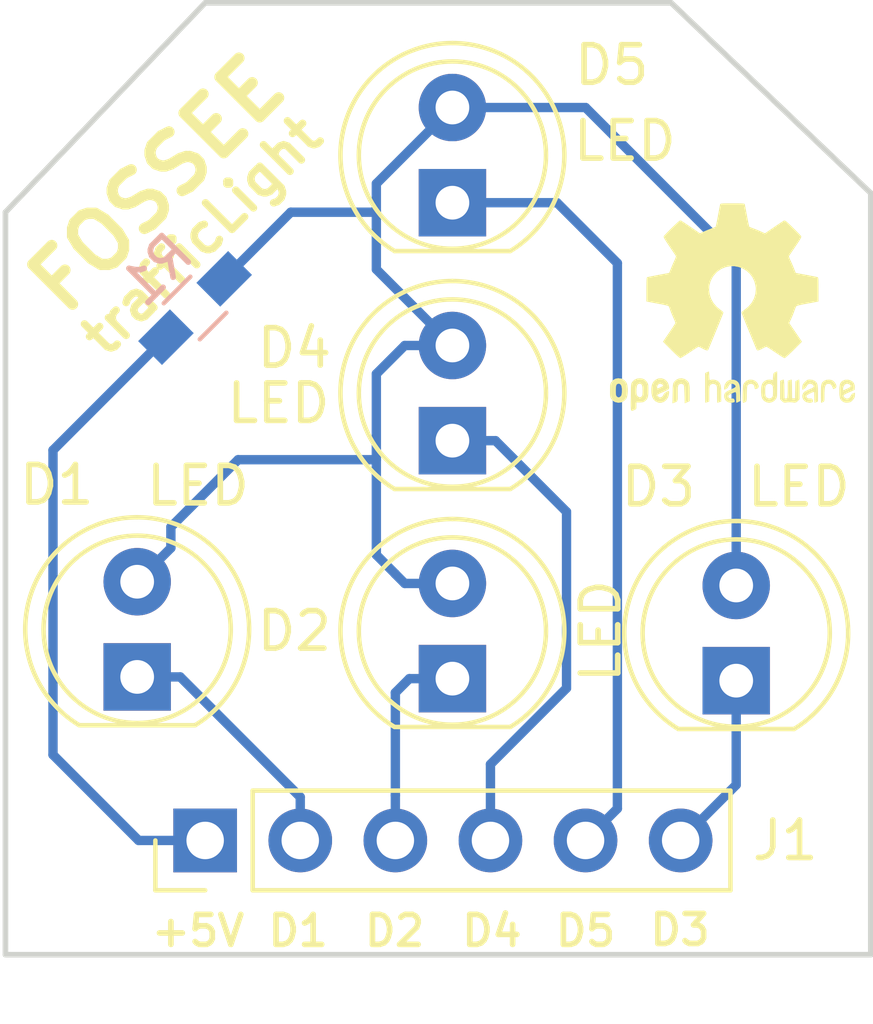
<source format=kicad_pcb>
(kicad_pcb (version 20171130) (host pcbnew 5.0.1)

  (general
    (thickness 1.6)
    (drawings 14)
    (tracks 43)
    (zones 0)
    (modules 8)
    (nets 8)
  )

  (page A4)
  (layers
    (0 F.Cu signal)
    (31 B.Cu signal)
    (32 B.Adhes user)
    (33 F.Adhes user)
    (34 B.Paste user)
    (35 F.Paste user)
    (36 B.SilkS user)
    (37 F.SilkS user)
    (38 B.Mask user)
    (39 F.Mask user)
    (40 Dwgs.User user)
    (41 Cmts.User user)
    (42 Eco1.User user)
    (43 Eco2.User user)
    (44 Edge.Cuts user)
    (45 Margin user)
    (46 B.CrtYd user)
    (47 F.CrtYd user)
    (48 B.Fab user)
    (49 F.Fab user)
  )

  (setup
    (last_trace_width 0.25)
    (trace_clearance 0.2)
    (zone_clearance 0.508)
    (zone_45_only no)
    (trace_min 0.2)
    (segment_width 0.2)
    (edge_width 0.15)
    (via_size 0.8)
    (via_drill 0.4)
    (via_min_size 0.4)
    (via_min_drill 0.3)
    (uvia_size 0.3)
    (uvia_drill 0.1)
    (uvias_allowed no)
    (uvia_min_size 0.2)
    (uvia_min_drill 0.1)
    (pcb_text_width 0.3)
    (pcb_text_size 1.5 1.5)
    (mod_edge_width 0.15)
    (mod_text_size 1 1)
    (mod_text_width 0.15)
    (pad_size 1.524 1.524)
    (pad_drill 0.762)
    (pad_to_mask_clearance 0.051)
    (solder_mask_min_width 0.25)
    (aux_axis_origin 0 0)
    (visible_elements FFFFFF7F)
    (pcbplotparams
      (layerselection 0x010fc_ffffffff)
      (usegerberextensions false)
      (usegerberattributes false)
      (usegerberadvancedattributes false)
      (creategerberjobfile false)
      (excludeedgelayer true)
      (linewidth 0.100000)
      (plotframeref false)
      (viasonmask false)
      (mode 1)
      (useauxorigin false)
      (hpglpennumber 1)
      (hpglpenspeed 20)
      (hpglpendiameter 15.000000)
      (psnegative false)
      (psa4output false)
      (plotreference true)
      (plotvalue true)
      (plotinvisibletext false)
      (padsonsilk false)
      (subtractmaskfromsilk false)
      (outputformat 1)
      (mirror false)
      (drillshape 1)
      (scaleselection 1)
      (outputdirectory ""))
  )

  (net 0 "")
  (net 1 "Net-(D1-Pad2)")
  (net 2 "Net-(D1-Pad1)")
  (net 3 "Net-(D2-Pad1)")
  (net 4 "Net-(D3-Pad1)")
  (net 5 "Net-(D4-Pad1)")
  (net 6 "Net-(D5-Pad1)")
  (net 7 +5C)

  (net_class Default "This is the default net class."
    (clearance 0.2)
    (trace_width 0.25)
    (via_dia 0.8)
    (via_drill 0.4)
    (uvia_dia 0.3)
    (uvia_drill 0.1)
    (add_net +5C)
    (add_net "Net-(D1-Pad1)")
    (add_net "Net-(D1-Pad2)")
    (add_net "Net-(D2-Pad1)")
    (add_net "Net-(D3-Pad1)")
    (add_net "Net-(D4-Pad1)")
    (add_net "Net-(D5-Pad1)")
  )

  (module LEDs:LED_D5.0mm (layer F.Cu) (tedit 5C36EE05) (tstamp 5C36F1CD)
    (at 147.32 88.646 90)
    (descr "LED, diameter 5.0mm, 2 pins, http://cdn-reichelt.de/documents/datenblatt/A500/LL-504BC2E-009.pdf")
    (tags "LED diameter 5.0mm 2 pins")
    (path /5C2C2A10)
    (fp_text reference D5 (at 3.671 4.255 180) (layer F.SilkS)
      (effects (font (size 1 1) (thickness 0.15)))
    )
    (fp_text value LED (at 1.646 4.605 180) (layer F.SilkS)
      (effects (font (size 1 1) (thickness 0.15)))
    )
    (fp_text user %R (at 1.25 0 90) (layer F.Fab)
      (effects (font (size 0.8 0.8) (thickness 0.2)))
    )
    (fp_line (start 4.5 -3.25) (end -1.95 -3.25) (layer F.CrtYd) (width 0.05))
    (fp_line (start 4.5 3.25) (end 4.5 -3.25) (layer F.CrtYd) (width 0.05))
    (fp_line (start -1.95 3.25) (end 4.5 3.25) (layer F.CrtYd) (width 0.05))
    (fp_line (start -1.95 -3.25) (end -1.95 3.25) (layer F.CrtYd) (width 0.05))
    (fp_line (start -1.29 -1.545) (end -1.29 1.545) (layer F.SilkS) (width 0.12))
    (fp_line (start -1.23 -1.469694) (end -1.23 1.469694) (layer F.Fab) (width 0.1))
    (fp_circle (center 1.27 0) (end 3.77 0) (layer F.SilkS) (width 0.12))
    (fp_circle (center 1.27 0) (end 3.77 0) (layer F.Fab) (width 0.1))
    (fp_arc (start 1.27 0) (end -1.29 1.54483) (angle -148.9) (layer F.SilkS) (width 0.12))
    (fp_arc (start 1.27 0) (end -1.29 -1.54483) (angle 148.9) (layer F.SilkS) (width 0.12))
    (fp_arc (start 1.27 0) (end -1.23 -1.469694) (angle 299.1) (layer F.Fab) (width 0.1))
    (pad 2 thru_hole circle (at 2.54 0 90) (size 1.8 1.8) (drill 0.9) (layers *.Cu *.Mask)
      (net 1 "Net-(D1-Pad2)"))
    (pad 1 thru_hole rect (at 0 0 90) (size 1.8 1.8) (drill 0.9) (layers *.Cu *.Mask)
      (net 6 "Net-(D5-Pad1)"))
    (model ${KISYS3DMOD}/LEDs.3dshapes/LED_D5.0mm.wrl
      (at (xyz 0 0 0))
      (scale (xyz 0.393701 0.393701 0.393701))
      (rotate (xyz 0 0 0))
    )
  )

  (module LEDs:LED_D5.0mm (layer F.Cu) (tedit 5C36EE0D) (tstamp 5C32ED25)
    (at 147.32 94.996 90)
    (descr "LED, diameter 5.0mm, 2 pins, http://cdn-reichelt.de/documents/datenblatt/A500/LL-504BC2E-009.pdf")
    (tags "LED diameter 5.0mm 2 pins")
    (path /5C2C2A6F)
    (fp_text reference D4 (at 2.471 -4.22 180) (layer F.SilkS)
      (effects (font (size 1 1) (thickness 0.15)))
    )
    (fp_text value LED (at 0.996 -4.645 180) (layer F.SilkS)
      (effects (font (size 1 1) (thickness 0.15)))
    )
    (fp_arc (start 1.27 0) (end -1.23 -1.469694) (angle 299.1) (layer F.Fab) (width 0.1))
    (fp_arc (start 1.27 0) (end -1.29 -1.54483) (angle 148.9) (layer F.SilkS) (width 0.12))
    (fp_arc (start 1.27 0) (end -1.29 1.54483) (angle -148.9) (layer F.SilkS) (width 0.12))
    (fp_circle (center 1.27 0) (end 3.77 0) (layer F.Fab) (width 0.1))
    (fp_circle (center 1.27 0) (end 3.77 0) (layer F.SilkS) (width 0.12))
    (fp_line (start -1.23 -1.469694) (end -1.23 1.469694) (layer F.Fab) (width 0.1))
    (fp_line (start -1.29 -1.545) (end -1.29 1.545) (layer F.SilkS) (width 0.12))
    (fp_line (start -1.95 -3.25) (end -1.95 3.25) (layer F.CrtYd) (width 0.05))
    (fp_line (start -1.95 3.25) (end 4.5 3.25) (layer F.CrtYd) (width 0.05))
    (fp_line (start 4.5 3.25) (end 4.5 -3.25) (layer F.CrtYd) (width 0.05))
    (fp_line (start 4.5 -3.25) (end -1.95 -3.25) (layer F.CrtYd) (width 0.05))
    (fp_text user %R (at 1.25 0 90) (layer F.Fab)
      (effects (font (size 0.8 0.8) (thickness 0.2)))
    )
    (pad 1 thru_hole rect (at 0 0 90) (size 1.8 1.8) (drill 0.9) (layers *.Cu *.Mask)
      (net 5 "Net-(D4-Pad1)"))
    (pad 2 thru_hole circle (at 2.54 0 90) (size 1.8 1.8) (drill 0.9) (layers *.Cu *.Mask)
      (net 1 "Net-(D1-Pad2)"))
    (model ${KISYS3DMOD}/LEDs.3dshapes/LED_D5.0mm.wrl
      (at (xyz 0 0 0))
      (scale (xyz 0.393701 0.393701 0.393701))
      (rotate (xyz 0 0 0))
    )
  )

  (module LEDs:LED_D5.0mm (layer F.Cu) (tedit 5C36EE2C) (tstamp 5C32EF6F)
    (at 154.9 101.4 90)
    (descr "LED, diameter 5.0mm, 2 pins, http://cdn-reichelt.de/documents/datenblatt/A500/LL-504BC2E-009.pdf")
    (tags "LED diameter 5.0mm 2 pins")
    (path /5C2C2AD6)
    (fp_text reference D3 (at 5.175 -2.075 180) (layer F.SilkS)
      (effects (font (size 1 1) (thickness 0.15)))
    )
    (fp_text value LED (at 5.175 1.675 180) (layer F.SilkS)
      (effects (font (size 1 1) (thickness 0.15)))
    )
    (fp_text user %R (at 1.25 0 90) (layer F.Fab)
      (effects (font (size 0.8 0.8) (thickness 0.2)))
    )
    (fp_line (start 4.5 -3.25) (end -1.95 -3.25) (layer F.CrtYd) (width 0.05))
    (fp_line (start 4.5 3.25) (end 4.5 -3.25) (layer F.CrtYd) (width 0.05))
    (fp_line (start -1.95 3.25) (end 4.5 3.25) (layer F.CrtYd) (width 0.05))
    (fp_line (start -1.95 -3.25) (end -1.95 3.25) (layer F.CrtYd) (width 0.05))
    (fp_line (start -1.29 -1.545) (end -1.29 1.545) (layer F.SilkS) (width 0.12))
    (fp_line (start -1.23 -1.469694) (end -1.23 1.469694) (layer F.Fab) (width 0.1))
    (fp_circle (center 1.27 0) (end 3.77 0) (layer F.SilkS) (width 0.12))
    (fp_circle (center 1.27 0) (end 3.77 0) (layer F.Fab) (width 0.1))
    (fp_arc (start 1.27 0) (end -1.29 1.54483) (angle -148.9) (layer F.SilkS) (width 0.12))
    (fp_arc (start 1.27 0) (end -1.29 -1.54483) (angle 148.9) (layer F.SilkS) (width 0.12))
    (fp_arc (start 1.27 0) (end -1.23 -1.469694) (angle 299.1) (layer F.Fab) (width 0.1))
    (pad 2 thru_hole circle (at 2.54 0 90) (size 1.8 1.8) (drill 0.9) (layers *.Cu *.Mask)
      (net 1 "Net-(D1-Pad2)"))
    (pad 1 thru_hole rect (at 0 0 90) (size 1.8 1.8) (drill 0.9) (layers *.Cu *.Mask)
      (net 4 "Net-(D3-Pad1)"))
    (model ${KISYS3DMOD}/LEDs.3dshapes/LED_D5.0mm.wrl
      (at (xyz 0 0 0))
      (scale (xyz 0.393701 0.393701 0.393701))
      (rotate (xyz 0 0 0))
    )
  )

  (module LEDs:LED_D5.0mm (layer F.Cu) (tedit 5C36EE17) (tstamp 5C32ED03)
    (at 147.32 101.346 90)
    (descr "LED, diameter 5.0mm, 2 pins, http://cdn-reichelt.de/documents/datenblatt/A500/LL-504BC2E-009.pdf")
    (tags "LED diameter 5.0mm 2 pins")
    (path /5C2C2A3E)
    (fp_text reference D2 (at 1.27 -4.22 180) (layer F.SilkS)
      (effects (font (size 1 1) (thickness 0.15)))
    )
    (fp_text value LED (at 1.27 3.96 90) (layer F.SilkS)
      (effects (font (size 1 1) (thickness 0.15)))
    )
    (fp_arc (start 1.27 0) (end -1.23 -1.469694) (angle 299.1) (layer F.Fab) (width 0.1))
    (fp_arc (start 1.27 0) (end -1.29 -1.54483) (angle 148.9) (layer F.SilkS) (width 0.12))
    (fp_arc (start 1.27 0) (end -1.29 1.54483) (angle -148.9) (layer F.SilkS) (width 0.12))
    (fp_circle (center 1.27 0) (end 3.77 0) (layer F.Fab) (width 0.1))
    (fp_circle (center 1.27 0) (end 3.77 0) (layer F.SilkS) (width 0.12))
    (fp_line (start -1.23 -1.469694) (end -1.23 1.469694) (layer F.Fab) (width 0.1))
    (fp_line (start -1.29 -1.545) (end -1.29 1.545) (layer F.SilkS) (width 0.12))
    (fp_line (start -1.95 -3.25) (end -1.95 3.25) (layer F.CrtYd) (width 0.05))
    (fp_line (start -1.95 3.25) (end 4.5 3.25) (layer F.CrtYd) (width 0.05))
    (fp_line (start 4.5 3.25) (end 4.5 -3.25) (layer F.CrtYd) (width 0.05))
    (fp_line (start 4.5 -3.25) (end -1.95 -3.25) (layer F.CrtYd) (width 0.05))
    (fp_text user %R (at 1.25 0 90) (layer F.Fab)
      (effects (font (size 0.8 0.8) (thickness 0.2)))
    )
    (pad 1 thru_hole rect (at 0 0 90) (size 1.8 1.8) (drill 0.9) (layers *.Cu *.Mask)
      (net 3 "Net-(D2-Pad1)"))
    (pad 2 thru_hole circle (at 2.54 0 90) (size 1.8 1.8) (drill 0.9) (layers *.Cu *.Mask)
      (net 1 "Net-(D1-Pad2)"))
    (model ${KISYS3DMOD}/LEDs.3dshapes/LED_D5.0mm.wrl
      (at (xyz 0 0 0))
      (scale (xyz 0.393701 0.393701 0.393701))
      (rotate (xyz 0 0 0))
    )
  )

  (module LEDs:LED_D5.0mm (layer F.Cu) (tedit 5C36EE41) (tstamp 5C32F0B0)
    (at 138.9 101.3 90)
    (descr "LED, diameter 5.0mm, 2 pins, http://cdn-reichelt.de/documents/datenblatt/A500/LL-504BC2E-009.pdf")
    (tags "LED diameter 5.0mm 2 pins")
    (path /5C2C2999)
    (fp_text reference D1 (at 5.125 -2.15 180) (layer F.SilkS)
      (effects (font (size 1 1) (thickness 0.15)))
    )
    (fp_text value LED (at 5.1 1.625 180) (layer F.SilkS)
      (effects (font (size 1 1) (thickness 0.15)))
    )
    (fp_text user %R (at 1.25 0 90) (layer F.Fab)
      (effects (font (size 0.8 0.8) (thickness 0.2)))
    )
    (fp_line (start 4.5 -3.25) (end -1.95 -3.25) (layer F.CrtYd) (width 0.05))
    (fp_line (start 4.5 3.25) (end 4.5 -3.25) (layer F.CrtYd) (width 0.05))
    (fp_line (start -1.95 3.25) (end 4.5 3.25) (layer F.CrtYd) (width 0.05))
    (fp_line (start -1.95 -3.25) (end -1.95 3.25) (layer F.CrtYd) (width 0.05))
    (fp_line (start -1.29 -1.545) (end -1.29 1.545) (layer F.SilkS) (width 0.12))
    (fp_line (start -1.23 -1.469694) (end -1.23 1.469694) (layer F.Fab) (width 0.1))
    (fp_circle (center 1.27 0) (end 3.77 0) (layer F.SilkS) (width 0.12))
    (fp_circle (center 1.27 0) (end 3.77 0) (layer F.Fab) (width 0.1))
    (fp_arc (start 1.27 0) (end -1.29 1.54483) (angle -148.9) (layer F.SilkS) (width 0.12))
    (fp_arc (start 1.27 0) (end -1.29 -1.54483) (angle 148.9) (layer F.SilkS) (width 0.12))
    (fp_arc (start 1.27 0) (end -1.23 -1.469694) (angle 299.1) (layer F.Fab) (width 0.1))
    (pad 2 thru_hole circle (at 2.54 0 90) (size 1.8 1.8) (drill 0.9) (layers *.Cu *.Mask)
      (net 1 "Net-(D1-Pad2)"))
    (pad 1 thru_hole rect (at 0 0 90) (size 1.8 1.8) (drill 0.9) (layers *.Cu *.Mask)
      (net 2 "Net-(D1-Pad1)"))
    (model ${KISYS3DMOD}/LEDs.3dshapes/LED_D5.0mm.wrl
      (at (xyz 0 0 0))
      (scale (xyz 0.393701 0.393701 0.393701))
      (rotate (xyz 0 0 0))
    )
  )

  (module Socket_Strips:Socket_Strip_Straight_1x06_Pitch2.54mm (layer F.Cu) (tedit 58CD5446) (tstamp 5C2CAD23)
    (at 140.716 105.664 90)
    (descr "Through hole straight socket strip, 1x06, 2.54mm pitch, single row")
    (tags "Through hole socket strip THT 1x06 2.54mm single row")
    (path /5C2C6811)
    (fp_text reference J1 (at 0 15.494 180) (layer F.SilkS)
      (effects (font (size 1 1) (thickness 0.15)))
    )
    (fp_text value Conn_01x06_Male (at -4.064 6.096 180) (layer F.Fab)
      (effects (font (size 1 1) (thickness 0.15)))
    )
    (fp_text user %R (at 0 -2.33 90) (layer F.Fab)
      (effects (font (size 1 1) (thickness 0.15)))
    )
    (fp_line (start 1.8 -1.8) (end -1.8 -1.8) (layer F.CrtYd) (width 0.05))
    (fp_line (start 1.8 14.5) (end 1.8 -1.8) (layer F.CrtYd) (width 0.05))
    (fp_line (start -1.8 14.5) (end 1.8 14.5) (layer F.CrtYd) (width 0.05))
    (fp_line (start -1.8 -1.8) (end -1.8 14.5) (layer F.CrtYd) (width 0.05))
    (fp_line (start -1.33 -1.33) (end 0 -1.33) (layer F.SilkS) (width 0.12))
    (fp_line (start -1.33 0) (end -1.33 -1.33) (layer F.SilkS) (width 0.12))
    (fp_line (start 1.33 1.27) (end -1.33 1.27) (layer F.SilkS) (width 0.12))
    (fp_line (start 1.33 14.03) (end 1.33 1.27) (layer F.SilkS) (width 0.12))
    (fp_line (start -1.33 14.03) (end 1.33 14.03) (layer F.SilkS) (width 0.12))
    (fp_line (start -1.33 1.27) (end -1.33 14.03) (layer F.SilkS) (width 0.12))
    (fp_line (start 1.27 -1.27) (end -1.27 -1.27) (layer F.Fab) (width 0.1))
    (fp_line (start 1.27 13.97) (end 1.27 -1.27) (layer F.Fab) (width 0.1))
    (fp_line (start -1.27 13.97) (end 1.27 13.97) (layer F.Fab) (width 0.1))
    (fp_line (start -1.27 -1.27) (end -1.27 13.97) (layer F.Fab) (width 0.1))
    (pad 6 thru_hole oval (at 0 12.7 90) (size 1.7 1.7) (drill 1) (layers *.Cu *.Mask)
      (net 4 "Net-(D3-Pad1)"))
    (pad 5 thru_hole oval (at 0 10.16 90) (size 1.7 1.7) (drill 1) (layers *.Cu *.Mask)
      (net 6 "Net-(D5-Pad1)"))
    (pad 4 thru_hole oval (at 0 7.62 90) (size 1.7 1.7) (drill 1) (layers *.Cu *.Mask)
      (net 5 "Net-(D4-Pad1)"))
    (pad 3 thru_hole oval (at 0 5.08 90) (size 1.7 1.7) (drill 1) (layers *.Cu *.Mask)
      (net 3 "Net-(D2-Pad1)"))
    (pad 2 thru_hole oval (at 0 2.54 90) (size 1.7 1.7) (drill 1) (layers *.Cu *.Mask)
      (net 2 "Net-(D1-Pad1)"))
    (pad 1 thru_hole rect (at 0 0 90) (size 1.7 1.7) (drill 1) (layers *.Cu *.Mask)
      (net 7 +5C))
    (model ${KISYS3DMOD}/Socket_Strips.3dshapes/Socket_Strip_Straight_1x06_Pitch2.54mm.wrl
      (offset (xyz 0 -6.349999904632568 0))
      (scale (xyz 1 1 1))
      (rotate (xyz 0 0 270))
    )
  )

  (module Resistors_SMD:R_0603_HandSoldering (layer B.Cu) (tedit 58E0A804) (tstamp 5C2CA939)
    (at 140.446183 91.455817 225)
    (descr "Resistor SMD 0603, hand soldering")
    (tags "resistor 0603")
    (path /5C2C3B8D)
    (attr smd)
    (fp_text reference R1 (at 0 1.45 225) (layer B.SilkS)
      (effects (font (size 1 1) (thickness 0.15)) (justify mirror))
    )
    (fp_text value R (at 0 -1.550001 225) (layer B.Fab)
      (effects (font (size 1 1) (thickness 0.15)) (justify mirror))
    )
    (fp_line (start 1.95 -0.7) (end -1.96 -0.7) (layer B.CrtYd) (width 0.05))
    (fp_line (start 1.95 -0.7) (end 1.95 0.7) (layer B.CrtYd) (width 0.05))
    (fp_line (start -1.96 0.7) (end -1.96 -0.7) (layer B.CrtYd) (width 0.05))
    (fp_line (start -1.96 0.7) (end 1.95 0.7) (layer B.CrtYd) (width 0.05))
    (fp_line (start -0.5 0.68) (end 0.5 0.68) (layer B.SilkS) (width 0.12))
    (fp_line (start 0.5 -0.68) (end -0.5 -0.68) (layer B.SilkS) (width 0.12))
    (fp_line (start -0.8 0.4) (end 0.8 0.4) (layer B.Fab) (width 0.1))
    (fp_line (start 0.8 0.4) (end 0.8 -0.4) (layer B.Fab) (width 0.1))
    (fp_line (start 0.8 -0.4) (end -0.8 -0.4) (layer B.Fab) (width 0.1))
    (fp_line (start -0.8 -0.4) (end -0.8 0.4) (layer B.Fab) (width 0.1))
    (fp_text user %R (at 0 0 225) (layer B.Fab)
      (effects (font (size 0.4 0.4) (thickness 0.075)) (justify mirror))
    )
    (pad 2 smd rect (at 1.099999 0 225) (size 1.2 0.9) (layers B.Cu B.Paste B.Mask)
      (net 7 +5C))
    (pad 1 smd rect (at -1.099999 0 225) (size 1.2 0.9) (layers B.Cu B.Paste B.Mask)
      (net 1 "Net-(D1-Pad2)"))
    (model ${KISYS3DMOD}/Resistors_SMD.3dshapes/R_0603.wrl
      (at (xyz 0 0 0))
      (scale (xyz 1 1 1))
      (rotate (xyz 0 0 0))
    )
  )

  (module Symbols:OSHW-Logo2_7.3x6mm_SilkScreen (layer F.Cu) (tedit 0) (tstamp 5C36EF6D)
    (at 154.8 91.425)
    (descr "Open Source Hardware Symbol")
    (tags "Logo Symbol OSHW")
    (attr virtual)
    (fp_text reference REF*** (at 0 0) (layer F.SilkS) hide
      (effects (font (size 1 1) (thickness 0.15)))
    )
    (fp_text value OSHW-Logo2_7.3x6mm_SilkScreen (at 0.75 0) (layer F.Fab) hide
      (effects (font (size 1 1) (thickness 0.15)))
    )
    (fp_poly (pts (xy -2.400256 1.919918) (xy -2.344799 1.947568) (xy -2.295852 1.99848) (xy -2.282371 2.017338)
      (xy -2.267686 2.042015) (xy -2.258158 2.068816) (xy -2.252707 2.104587) (xy -2.250253 2.156169)
      (xy -2.249714 2.224267) (xy -2.252148 2.317588) (xy -2.260606 2.387657) (xy -2.276826 2.439931)
      (xy -2.302546 2.479869) (xy -2.339503 2.512929) (xy -2.342218 2.514886) (xy -2.37864 2.534908)
      (xy -2.422498 2.544815) (xy -2.478276 2.547257) (xy -2.568952 2.547257) (xy -2.56899 2.635283)
      (xy -2.569834 2.684308) (xy -2.574976 2.713065) (xy -2.588413 2.730311) (xy -2.614142 2.744808)
      (xy -2.620321 2.747769) (xy -2.649236 2.761648) (xy -2.671624 2.770414) (xy -2.688271 2.771171)
      (xy -2.699964 2.761023) (xy -2.70749 2.737073) (xy -2.711634 2.696426) (xy -2.713185 2.636186)
      (xy -2.712929 2.553455) (xy -2.711651 2.445339) (xy -2.711252 2.413) (xy -2.709815 2.301524)
      (xy -2.708528 2.228603) (xy -2.569029 2.228603) (xy -2.568245 2.290499) (xy -2.56476 2.330997)
      (xy -2.556876 2.357708) (xy -2.542895 2.378244) (xy -2.533403 2.38826) (xy -2.494596 2.417567)
      (xy -2.460237 2.419952) (xy -2.424784 2.39575) (xy -2.423886 2.394857) (xy -2.409461 2.376153)
      (xy -2.400687 2.350732) (xy -2.396261 2.311584) (xy -2.394882 2.251697) (xy -2.394857 2.23843)
      (xy -2.398188 2.155901) (xy -2.409031 2.098691) (xy -2.42866 2.063766) (xy -2.45835 2.048094)
      (xy -2.475509 2.046514) (xy -2.516234 2.053926) (xy -2.544168 2.07833) (xy -2.560983 2.12298)
      (xy -2.56835 2.19113) (xy -2.569029 2.228603) (xy -2.708528 2.228603) (xy -2.708292 2.215245)
      (xy -2.706323 2.150333) (xy -2.70355 2.102958) (xy -2.699612 2.06929) (xy -2.694151 2.045498)
      (xy -2.686808 2.027753) (xy -2.677223 2.012224) (xy -2.673113 2.006381) (xy -2.618595 1.951185)
      (xy -2.549664 1.91989) (xy -2.469928 1.911165) (xy -2.400256 1.919918)) (layer F.SilkS) (width 0.01))
    (fp_poly (pts (xy -1.283907 1.92778) (xy -1.237328 1.954723) (xy -1.204943 1.981466) (xy -1.181258 2.009484)
      (xy -1.164941 2.043748) (xy -1.154661 2.089227) (xy -1.149086 2.150892) (xy -1.146884 2.233711)
      (xy -1.146629 2.293246) (xy -1.146629 2.512391) (xy -1.208314 2.540044) (xy -1.27 2.567697)
      (xy -1.277257 2.32767) (xy -1.280256 2.238028) (xy -1.283402 2.172962) (xy -1.287299 2.128026)
      (xy -1.292553 2.09877) (xy -1.299769 2.080748) (xy -1.30955 2.069511) (xy -1.312688 2.067079)
      (xy -1.360239 2.048083) (xy -1.408303 2.0556) (xy -1.436914 2.075543) (xy -1.448553 2.089675)
      (xy -1.456609 2.10822) (xy -1.461729 2.136334) (xy -1.464559 2.179173) (xy -1.465744 2.241895)
      (xy -1.465943 2.307261) (xy -1.465982 2.389268) (xy -1.467386 2.447316) (xy -1.472086 2.486465)
      (xy -1.482013 2.51178) (xy -1.499097 2.528323) (xy -1.525268 2.541156) (xy -1.560225 2.554491)
      (xy -1.598404 2.569007) (xy -1.593859 2.311389) (xy -1.592029 2.218519) (xy -1.589888 2.149889)
      (xy -1.586819 2.100711) (xy -1.582206 2.066198) (xy -1.575432 2.041562) (xy -1.565881 2.022016)
      (xy -1.554366 2.00477) (xy -1.49881 1.94968) (xy -1.43102 1.917822) (xy -1.357287 1.910191)
      (xy -1.283907 1.92778)) (layer F.SilkS) (width 0.01))
    (fp_poly (pts (xy -2.958885 1.921962) (xy -2.890855 1.957733) (xy -2.840649 2.015301) (xy -2.822815 2.052312)
      (xy -2.808937 2.107882) (xy -2.801833 2.178096) (xy -2.80116 2.254727) (xy -2.806573 2.329552)
      (xy -2.81773 2.394342) (xy -2.834286 2.440873) (xy -2.839374 2.448887) (xy -2.899645 2.508707)
      (xy -2.971231 2.544535) (xy -3.048908 2.55502) (xy -3.127452 2.53881) (xy -3.149311 2.529092)
      (xy -3.191878 2.499143) (xy -3.229237 2.459433) (xy -3.232768 2.454397) (xy -3.247119 2.430124)
      (xy -3.256606 2.404178) (xy -3.26221 2.370022) (xy -3.264914 2.321119) (xy -3.265701 2.250935)
      (xy -3.265714 2.2352) (xy -3.265678 2.230192) (xy -3.120571 2.230192) (xy -3.119727 2.29643)
      (xy -3.116404 2.340386) (xy -3.109417 2.368779) (xy -3.097584 2.388325) (xy -3.091543 2.394857)
      (xy -3.056814 2.41968) (xy -3.023097 2.418548) (xy -2.989005 2.397016) (xy -2.968671 2.374029)
      (xy -2.956629 2.340478) (xy -2.949866 2.287569) (xy -2.949402 2.281399) (xy -2.948248 2.185513)
      (xy -2.960312 2.114299) (xy -2.98543 2.068194) (xy -3.02344 2.047635) (xy -3.037008 2.046514)
      (xy -3.072636 2.052152) (xy -3.097006 2.071686) (xy -3.111907 2.109042) (xy -3.119125 2.16815)
      (xy -3.120571 2.230192) (xy -3.265678 2.230192) (xy -3.265174 2.160413) (xy -3.262904 2.108159)
      (xy -3.257932 2.071949) (xy -3.249287 2.045299) (xy -3.235995 2.021722) (xy -3.233057 2.017338)
      (xy -3.183687 1.958249) (xy -3.129891 1.923947) (xy -3.064398 1.910331) (xy -3.042158 1.909665)
      (xy -2.958885 1.921962)) (layer F.SilkS) (width 0.01))
    (fp_poly (pts (xy -1.831697 1.931239) (xy -1.774473 1.969735) (xy -1.730251 2.025335) (xy -1.703833 2.096086)
      (xy -1.69849 2.148162) (xy -1.699097 2.169893) (xy -1.704178 2.186531) (xy -1.718145 2.201437)
      (xy -1.745411 2.217973) (xy -1.790388 2.239498) (xy -1.857489 2.269374) (xy -1.857829 2.269524)
      (xy -1.919593 2.297813) (xy -1.970241 2.322933) (xy -2.004596 2.342179) (xy -2.017482 2.352848)
      (xy -2.017486 2.352934) (xy -2.006128 2.376166) (xy -1.979569 2.401774) (xy -1.949077 2.420221)
      (xy -1.93363 2.423886) (xy -1.891485 2.411212) (xy -1.855192 2.379471) (xy -1.837483 2.344572)
      (xy -1.820448 2.318845) (xy -1.787078 2.289546) (xy -1.747851 2.264235) (xy -1.713244 2.250471)
      (xy -1.706007 2.249714) (xy -1.697861 2.26216) (xy -1.69737 2.293972) (xy -1.703357 2.336866)
      (xy -1.714643 2.382558) (xy -1.73005 2.422761) (xy -1.730829 2.424322) (xy -1.777196 2.489062)
      (xy -1.837289 2.533097) (xy -1.905535 2.554711) (xy -1.976362 2.552185) (xy -2.044196 2.523804)
      (xy -2.047212 2.521808) (xy -2.100573 2.473448) (xy -2.13566 2.410352) (xy -2.155078 2.327387)
      (xy -2.157684 2.304078) (xy -2.162299 2.194055) (xy -2.156767 2.142748) (xy -2.017486 2.142748)
      (xy -2.015676 2.174753) (xy -2.005778 2.184093) (xy -1.981102 2.177105) (xy -1.942205 2.160587)
      (xy -1.898725 2.139881) (xy -1.897644 2.139333) (xy -1.860791 2.119949) (xy -1.846 2.107013)
      (xy -1.849647 2.093451) (xy -1.865005 2.075632) (xy -1.904077 2.049845) (xy -1.946154 2.04795)
      (xy -1.983897 2.066717) (xy -2.009966 2.102915) (xy -2.017486 2.142748) (xy -2.156767 2.142748)
      (xy -2.152806 2.106027) (xy -2.12845 2.036212) (xy -2.094544 1.987302) (xy -2.033347 1.937878)
      (xy -1.965937 1.913359) (xy -1.89712 1.911797) (xy -1.831697 1.931239)) (layer F.SilkS) (width 0.01))
    (fp_poly (pts (xy -0.624114 1.851289) (xy -0.619861 1.910613) (xy -0.614975 1.945572) (xy -0.608205 1.96082)
      (xy -0.598298 1.961015) (xy -0.595086 1.959195) (xy -0.552356 1.946015) (xy -0.496773 1.946785)
      (xy -0.440263 1.960333) (xy -0.404918 1.977861) (xy -0.368679 2.005861) (xy -0.342187 2.037549)
      (xy -0.324001 2.077813) (xy -0.312678 2.131543) (xy -0.306778 2.203626) (xy -0.304857 2.298951)
      (xy -0.304823 2.317237) (xy -0.3048 2.522646) (xy -0.350509 2.53858) (xy -0.382973 2.54942)
      (xy -0.400785 2.554468) (xy -0.401309 2.554514) (xy -0.403063 2.540828) (xy -0.404556 2.503076)
      (xy -0.405674 2.446224) (xy -0.406303 2.375234) (xy -0.4064 2.332073) (xy -0.406602 2.246973)
      (xy -0.407642 2.185981) (xy -0.410169 2.144177) (xy -0.414836 2.116642) (xy -0.422293 2.098456)
      (xy -0.433189 2.084698) (xy -0.439993 2.078073) (xy -0.486728 2.051375) (xy -0.537728 2.049375)
      (xy -0.583999 2.071955) (xy -0.592556 2.080107) (xy -0.605107 2.095436) (xy -0.613812 2.113618)
      (xy -0.619369 2.139909) (xy -0.622474 2.179562) (xy -0.623824 2.237832) (xy -0.624114 2.318173)
      (xy -0.624114 2.522646) (xy -0.669823 2.53858) (xy -0.702287 2.54942) (xy -0.720099 2.554468)
      (xy -0.720623 2.554514) (xy -0.721963 2.540623) (xy -0.723172 2.501439) (xy -0.724199 2.4407)
      (xy -0.724998 2.362141) (xy -0.725519 2.269498) (xy -0.725714 2.166509) (xy -0.725714 1.769342)
      (xy -0.678543 1.749444) (xy -0.631371 1.729547) (xy -0.624114 1.851289)) (layer F.SilkS) (width 0.01))
    (fp_poly (pts (xy 0.039744 1.950968) (xy 0.096616 1.972087) (xy 0.097267 1.972493) (xy 0.13244 1.99838)
      (xy 0.158407 2.028633) (xy 0.17667 2.068058) (xy 0.188732 2.121462) (xy 0.196096 2.193651)
      (xy 0.200264 2.289432) (xy 0.200629 2.303078) (xy 0.205876 2.508842) (xy 0.161716 2.531678)
      (xy 0.129763 2.54711) (xy 0.11047 2.554423) (xy 0.109578 2.554514) (xy 0.106239 2.541022)
      (xy 0.103587 2.504626) (xy 0.101956 2.451452) (xy 0.1016 2.408393) (xy 0.101592 2.338641)
      (xy 0.098403 2.294837) (xy 0.087288 2.273944) (xy 0.063501 2.272925) (xy 0.022296 2.288741)
      (xy -0.039914 2.317815) (xy -0.085659 2.341963) (xy -0.109187 2.362913) (xy -0.116104 2.385747)
      (xy -0.116114 2.386877) (xy -0.104701 2.426212) (xy -0.070908 2.447462) (xy -0.019191 2.450539)
      (xy 0.018061 2.450006) (xy 0.037703 2.460735) (xy 0.049952 2.486505) (xy 0.057002 2.519337)
      (xy 0.046842 2.537966) (xy 0.043017 2.540632) (xy 0.007001 2.55134) (xy -0.043434 2.552856)
      (xy -0.095374 2.545759) (xy -0.132178 2.532788) (xy -0.183062 2.489585) (xy -0.211986 2.429446)
      (xy -0.217714 2.382462) (xy -0.213343 2.340082) (xy -0.197525 2.305488) (xy -0.166203 2.274763)
      (xy -0.115322 2.24399) (xy -0.040824 2.209252) (xy -0.036286 2.207288) (xy 0.030821 2.176287)
      (xy 0.072232 2.150862) (xy 0.089981 2.128014) (xy 0.086107 2.104745) (xy 0.062643 2.078056)
      (xy 0.055627 2.071914) (xy 0.00863 2.0481) (xy -0.040067 2.049103) (xy -0.082478 2.072451)
      (xy -0.110616 2.115675) (xy -0.113231 2.12416) (xy -0.138692 2.165308) (xy -0.170999 2.185128)
      (xy -0.217714 2.20477) (xy -0.217714 2.15395) (xy -0.203504 2.080082) (xy -0.161325 2.012327)
      (xy -0.139376 1.989661) (xy -0.089483 1.960569) (xy -0.026033 1.9474) (xy 0.039744 1.950968)) (layer F.SilkS) (width 0.01))
    (fp_poly (pts (xy 0.529926 1.949755) (xy 0.595858 1.974084) (xy 0.649273 2.017117) (xy 0.670164 2.047409)
      (xy 0.692939 2.102994) (xy 0.692466 2.143186) (xy 0.668562 2.170217) (xy 0.659717 2.174813)
      (xy 0.62153 2.189144) (xy 0.602028 2.185472) (xy 0.595422 2.161407) (xy 0.595086 2.148114)
      (xy 0.582992 2.09921) (xy 0.551471 2.064999) (xy 0.507659 2.048476) (xy 0.458695 2.052634)
      (xy 0.418894 2.074227) (xy 0.40545 2.086544) (xy 0.395921 2.101487) (xy 0.389485 2.124075)
      (xy 0.385317 2.159328) (xy 0.382597 2.212266) (xy 0.380502 2.287907) (xy 0.37996 2.311857)
      (xy 0.377981 2.39379) (xy 0.375731 2.451455) (xy 0.372357 2.489608) (xy 0.367006 2.513004)
      (xy 0.358824 2.526398) (xy 0.346959 2.534545) (xy 0.339362 2.538144) (xy 0.307102 2.550452)
      (xy 0.288111 2.554514) (xy 0.281836 2.540948) (xy 0.278006 2.499934) (xy 0.2766 2.430999)
      (xy 0.277598 2.333669) (xy 0.277908 2.318657) (xy 0.280101 2.229859) (xy 0.282693 2.165019)
      (xy 0.286382 2.119067) (xy 0.291864 2.086935) (xy 0.299835 2.063553) (xy 0.310993 2.043852)
      (xy 0.31683 2.03541) (xy 0.350296 1.998057) (xy 0.387727 1.969003) (xy 0.392309 1.966467)
      (xy 0.459426 1.946443) (xy 0.529926 1.949755)) (layer F.SilkS) (width 0.01))
    (fp_poly (pts (xy 1.190117 2.065358) (xy 1.189933 2.173837) (xy 1.189219 2.257287) (xy 1.187675 2.319704)
      (xy 1.185001 2.365085) (xy 1.180894 2.397429) (xy 1.175055 2.420733) (xy 1.167182 2.438995)
      (xy 1.161221 2.449418) (xy 1.111855 2.505945) (xy 1.049264 2.541377) (xy 0.980013 2.55409)
      (xy 0.910668 2.542463) (xy 0.869375 2.521568) (xy 0.826025 2.485422) (xy 0.796481 2.441276)
      (xy 0.778655 2.383462) (xy 0.770463 2.306313) (xy 0.769302 2.249714) (xy 0.769458 2.245647)
      (xy 0.870857 2.245647) (xy 0.871476 2.31055) (xy 0.874314 2.353514) (xy 0.88084 2.381622)
      (xy 0.892523 2.401953) (xy 0.906483 2.417288) (xy 0.953365 2.44689) (xy 1.003701 2.449419)
      (xy 1.051276 2.424705) (xy 1.054979 2.421356) (xy 1.070783 2.403935) (xy 1.080693 2.383209)
      (xy 1.086058 2.352362) (xy 1.088228 2.304577) (xy 1.088571 2.251748) (xy 1.087827 2.185381)
      (xy 1.084748 2.141106) (xy 1.078061 2.112009) (xy 1.066496 2.091173) (xy 1.057013 2.080107)
      (xy 1.01296 2.052198) (xy 0.962224 2.048843) (xy 0.913796 2.070159) (xy 0.90445 2.078073)
      (xy 0.88854 2.095647) (xy 0.87861 2.116587) (xy 0.873278 2.147782) (xy 0.871163 2.196122)
      (xy 0.870857 2.245647) (xy 0.769458 2.245647) (xy 0.77281 2.158568) (xy 0.784726 2.090086)
      (xy 0.807135 2.0386) (xy 0.842124 1.998443) (xy 0.869375 1.977861) (xy 0.918907 1.955625)
      (xy 0.976316 1.945304) (xy 1.029682 1.948067) (xy 1.059543 1.959212) (xy 1.071261 1.962383)
      (xy 1.079037 1.950557) (xy 1.084465 1.918866) (xy 1.088571 1.870593) (xy 1.093067 1.816829)
      (xy 1.099313 1.784482) (xy 1.110676 1.765985) (xy 1.130528 1.75377) (xy 1.143 1.748362)
      (xy 1.190171 1.728601) (xy 1.190117 2.065358)) (layer F.SilkS) (width 0.01))
    (fp_poly (pts (xy 1.779833 1.958663) (xy 1.782048 1.99685) (xy 1.783784 2.054886) (xy 1.784899 2.12818)
      (xy 1.785257 2.205055) (xy 1.785257 2.465196) (xy 1.739326 2.511127) (xy 1.707675 2.539429)
      (xy 1.67989 2.550893) (xy 1.641915 2.550168) (xy 1.62684 2.548321) (xy 1.579726 2.542948)
      (xy 1.540756 2.539869) (xy 1.531257 2.539585) (xy 1.499233 2.541445) (xy 1.453432 2.546114)
      (xy 1.435674 2.548321) (xy 1.392057 2.551735) (xy 1.362745 2.54432) (xy 1.33368 2.521427)
      (xy 1.323188 2.511127) (xy 1.277257 2.465196) (xy 1.277257 1.978602) (xy 1.314226 1.961758)
      (xy 1.346059 1.949282) (xy 1.364683 1.944914) (xy 1.369458 1.958718) (xy 1.373921 1.997286)
      (xy 1.377775 2.056356) (xy 1.380722 2.131663) (xy 1.382143 2.195286) (xy 1.386114 2.445657)
      (xy 1.420759 2.450556) (xy 1.452268 2.447131) (xy 1.467708 2.436041) (xy 1.472023 2.415308)
      (xy 1.475708 2.371145) (xy 1.478469 2.309146) (xy 1.480012 2.234909) (xy 1.480235 2.196706)
      (xy 1.480457 1.976783) (xy 1.526166 1.960849) (xy 1.558518 1.950015) (xy 1.576115 1.944962)
      (xy 1.576623 1.944914) (xy 1.578388 1.958648) (xy 1.580329 1.99673) (xy 1.582282 2.054482)
      (xy 1.584084 2.127227) (xy 1.585343 2.195286) (xy 1.589314 2.445657) (xy 1.6764 2.445657)
      (xy 1.680396 2.21724) (xy 1.684392 1.988822) (xy 1.726847 1.966868) (xy 1.758192 1.951793)
      (xy 1.776744 1.944951) (xy 1.777279 1.944914) (xy 1.779833 1.958663)) (layer F.SilkS) (width 0.01))
    (fp_poly (pts (xy 2.144876 1.956335) (xy 2.186667 1.975344) (xy 2.219469 1.998378) (xy 2.243503 2.024133)
      (xy 2.260097 2.057358) (xy 2.270577 2.1028) (xy 2.276271 2.165207) (xy 2.278507 2.249327)
      (xy 2.278743 2.304721) (xy 2.278743 2.520826) (xy 2.241774 2.53767) (xy 2.212656 2.549981)
      (xy 2.198231 2.554514) (xy 2.195472 2.541025) (xy 2.193282 2.504653) (xy 2.191942 2.451542)
      (xy 2.191657 2.409372) (xy 2.190434 2.348447) (xy 2.187136 2.300115) (xy 2.182321 2.270518)
      (xy 2.178496 2.264229) (xy 2.152783 2.270652) (xy 2.112418 2.287125) (xy 2.065679 2.309458)
      (xy 2.020845 2.333457) (xy 1.986193 2.35493) (xy 1.970002 2.369685) (xy 1.969938 2.369845)
      (xy 1.97133 2.397152) (xy 1.983818 2.423219) (xy 2.005743 2.444392) (xy 2.037743 2.451474)
      (xy 2.065092 2.450649) (xy 2.103826 2.450042) (xy 2.124158 2.459116) (xy 2.136369 2.483092)
      (xy 2.137909 2.487613) (xy 2.143203 2.521806) (xy 2.129047 2.542568) (xy 2.092148 2.552462)
      (xy 2.052289 2.554292) (xy 1.980562 2.540727) (xy 1.943432 2.521355) (xy 1.897576 2.475845)
      (xy 1.873256 2.419983) (xy 1.871073 2.360957) (xy 1.891629 2.305953) (xy 1.922549 2.271486)
      (xy 1.95342 2.252189) (xy 2.001942 2.227759) (xy 2.058485 2.202985) (xy 2.06791 2.199199)
      (xy 2.130019 2.171791) (xy 2.165822 2.147634) (xy 2.177337 2.123619) (xy 2.16658 2.096635)
      (xy 2.148114 2.075543) (xy 2.104469 2.049572) (xy 2.056446 2.047624) (xy 2.012406 2.067637)
      (xy 1.980709 2.107551) (xy 1.976549 2.117848) (xy 1.952327 2.155724) (xy 1.916965 2.183842)
      (xy 1.872343 2.206917) (xy 1.872343 2.141485) (xy 1.874969 2.101506) (xy 1.88623 2.069997)
      (xy 1.911199 2.036378) (xy 1.935169 2.010484) (xy 1.972441 1.973817) (xy 2.001401 1.954121)
      (xy 2.032505 1.94622) (xy 2.067713 1.944914) (xy 2.144876 1.956335)) (layer F.SilkS) (width 0.01))
    (fp_poly (pts (xy 2.6526 1.958752) (xy 2.669948 1.966334) (xy 2.711356 1.999128) (xy 2.746765 2.046547)
      (xy 2.768664 2.097151) (xy 2.772229 2.122098) (xy 2.760279 2.156927) (xy 2.734067 2.175357)
      (xy 2.705964 2.186516) (xy 2.693095 2.188572) (xy 2.686829 2.173649) (xy 2.674456 2.141175)
      (xy 2.669028 2.126502) (xy 2.63859 2.075744) (xy 2.59452 2.050427) (xy 2.53801 2.051206)
      (xy 2.533825 2.052203) (xy 2.503655 2.066507) (xy 2.481476 2.094393) (xy 2.466327 2.139287)
      (xy 2.45725 2.204615) (xy 2.453286 2.293804) (xy 2.452914 2.341261) (xy 2.45273 2.416071)
      (xy 2.451522 2.467069) (xy 2.448309 2.499471) (xy 2.442109 2.518495) (xy 2.43194 2.529356)
      (xy 2.416819 2.537272) (xy 2.415946 2.53767) (xy 2.386828 2.549981) (xy 2.372403 2.554514)
      (xy 2.370186 2.540809) (xy 2.368289 2.502925) (xy 2.366847 2.445715) (xy 2.365998 2.374027)
      (xy 2.365829 2.321565) (xy 2.366692 2.220047) (xy 2.37007 2.143032) (xy 2.377142 2.086023)
      (xy 2.389088 2.044526) (xy 2.40709 2.014043) (xy 2.432327 1.99008) (xy 2.457247 1.973355)
      (xy 2.517171 1.951097) (xy 2.586911 1.946076) (xy 2.6526 1.958752)) (layer F.SilkS) (width 0.01))
    (fp_poly (pts (xy 3.153595 1.966966) (xy 3.211021 2.004497) (xy 3.238719 2.038096) (xy 3.260662 2.099064)
      (xy 3.262405 2.147308) (xy 3.258457 2.211816) (xy 3.109686 2.276934) (xy 3.037349 2.310202)
      (xy 2.990084 2.336964) (xy 2.965507 2.360144) (xy 2.961237 2.382667) (xy 2.974889 2.407455)
      (xy 2.989943 2.423886) (xy 3.033746 2.450235) (xy 3.081389 2.452081) (xy 3.125145 2.431546)
      (xy 3.157289 2.390752) (xy 3.163038 2.376347) (xy 3.190576 2.331356) (xy 3.222258 2.312182)
      (xy 3.265714 2.295779) (xy 3.265714 2.357966) (xy 3.261872 2.400283) (xy 3.246823 2.435969)
      (xy 3.21528 2.476943) (xy 3.210592 2.482267) (xy 3.175506 2.51872) (xy 3.145347 2.538283)
      (xy 3.107615 2.547283) (xy 3.076335 2.55023) (xy 3.020385 2.550965) (xy 2.980555 2.54166)
      (xy 2.955708 2.527846) (xy 2.916656 2.497467) (xy 2.889625 2.464613) (xy 2.872517 2.423294)
      (xy 2.863238 2.367521) (xy 2.859693 2.291305) (xy 2.85941 2.252622) (xy 2.860372 2.206247)
      (xy 2.948007 2.206247) (xy 2.949023 2.231126) (xy 2.951556 2.2352) (xy 2.968274 2.229665)
      (xy 3.004249 2.215017) (xy 3.052331 2.19419) (xy 3.062386 2.189714) (xy 3.123152 2.158814)
      (xy 3.156632 2.131657) (xy 3.16399 2.10622) (xy 3.146391 2.080481) (xy 3.131856 2.069109)
      (xy 3.07941 2.046364) (xy 3.030322 2.050122) (xy 2.989227 2.077884) (xy 2.960758 2.127152)
      (xy 2.951631 2.166257) (xy 2.948007 2.206247) (xy 2.860372 2.206247) (xy 2.861285 2.162249)
      (xy 2.868196 2.095384) (xy 2.881884 2.046695) (xy 2.904096 2.010849) (xy 2.936574 1.982513)
      (xy 2.950733 1.973355) (xy 3.015053 1.949507) (xy 3.085473 1.948006) (xy 3.153595 1.966966)) (layer F.SilkS) (width 0.01))
    (fp_poly (pts (xy 0.10391 -2.757652) (xy 0.182454 -2.757222) (xy 0.239298 -2.756058) (xy 0.278105 -2.753793)
      (xy 0.302538 -2.75006) (xy 0.316262 -2.744494) (xy 0.32294 -2.736727) (xy 0.326236 -2.726395)
      (xy 0.326556 -2.725057) (xy 0.331562 -2.700921) (xy 0.340829 -2.653299) (xy 0.353392 -2.587259)
      (xy 0.368287 -2.507872) (xy 0.384551 -2.420204) (xy 0.385119 -2.417125) (xy 0.40141 -2.331211)
      (xy 0.416652 -2.255304) (xy 0.429861 -2.193955) (xy 0.440054 -2.151718) (xy 0.446248 -2.133145)
      (xy 0.446543 -2.132816) (xy 0.464788 -2.123747) (xy 0.502405 -2.108633) (xy 0.551271 -2.090738)
      (xy 0.551543 -2.090642) (xy 0.613093 -2.067507) (xy 0.685657 -2.038035) (xy 0.754057 -2.008403)
      (xy 0.757294 -2.006938) (xy 0.868702 -1.956374) (xy 1.115399 -2.12484) (xy 1.191077 -2.176197)
      (xy 1.259631 -2.222111) (xy 1.317088 -2.25997) (xy 1.359476 -2.287163) (xy 1.382825 -2.301079)
      (xy 1.385042 -2.302111) (xy 1.40201 -2.297516) (xy 1.433701 -2.275345) (xy 1.481352 -2.234553)
      (xy 1.546198 -2.174095) (xy 1.612397 -2.109773) (xy 1.676214 -2.046388) (xy 1.733329 -1.988549)
      (xy 1.780305 -1.939825) (xy 1.813703 -1.90379) (xy 1.830085 -1.884016) (xy 1.830694 -1.882998)
      (xy 1.832505 -1.869428) (xy 1.825683 -1.847267) (xy 1.80854 -1.813522) (xy 1.779393 -1.7652)
      (xy 1.736555 -1.699308) (xy 1.679448 -1.614483) (xy 1.628766 -1.539823) (xy 1.583461 -1.47286)
      (xy 1.54615 -1.417484) (xy 1.519452 -1.37758) (xy 1.505985 -1.357038) (xy 1.505137 -1.355644)
      (xy 1.506781 -1.335962) (xy 1.519245 -1.297707) (xy 1.540048 -1.248111) (xy 1.547462 -1.232272)
      (xy 1.579814 -1.16171) (xy 1.614328 -1.081647) (xy 1.642365 -1.012371) (xy 1.662568 -0.960955)
      (xy 1.678615 -0.921881) (xy 1.687888 -0.901459) (xy 1.689041 -0.899886) (xy 1.706096 -0.897279)
      (xy 1.746298 -0.890137) (xy 1.804302 -0.879477) (xy 1.874763 -0.866315) (xy 1.952335 -0.851667)
      (xy 2.031672 -0.836551) (xy 2.107431 -0.821982) (xy 2.174264 -0.808978) (xy 2.226828 -0.798555)
      (xy 2.259776 -0.79173) (xy 2.267857 -0.789801) (xy 2.276205 -0.785038) (xy 2.282506 -0.774282)
      (xy 2.287045 -0.753902) (xy 2.290104 -0.720266) (xy 2.291967 -0.669745) (xy 2.292918 -0.598708)
      (xy 2.29324 -0.503524) (xy 2.293257 -0.464508) (xy 2.293257 -0.147201) (xy 2.217057 -0.132161)
      (xy 2.174663 -0.124005) (xy 2.1114 -0.112101) (xy 2.034962 -0.097884) (xy 1.953043 -0.08279)
      (xy 1.9304 -0.078645) (xy 1.854806 -0.063947) (xy 1.788953 -0.049495) (xy 1.738366 -0.036625)
      (xy 1.708574 -0.026678) (xy 1.703612 -0.023713) (xy 1.691426 -0.002717) (xy 1.673953 0.037967)
      (xy 1.654577 0.090322) (xy 1.650734 0.1016) (xy 1.625339 0.171523) (xy 1.593817 0.250418)
      (xy 1.562969 0.321266) (xy 1.562817 0.321595) (xy 1.511447 0.432733) (xy 1.680399 0.681253)
      (xy 1.849352 0.929772) (xy 1.632429 1.147058) (xy 1.566819 1.211726) (xy 1.506979 1.268733)
      (xy 1.456267 1.315033) (xy 1.418046 1.347584) (xy 1.395675 1.363343) (xy 1.392466 1.364343)
      (xy 1.373626 1.356469) (xy 1.33518 1.334578) (xy 1.28133 1.301267) (xy 1.216276 1.259131)
      (xy 1.14594 1.211943) (xy 1.074555 1.16381) (xy 1.010908 1.121928) (xy 0.959041 1.088871)
      (xy 0.922995 1.067218) (xy 0.906867 1.059543) (xy 0.887189 1.066037) (xy 0.849875 1.08315)
      (xy 0.802621 1.107326) (xy 0.797612 1.110013) (xy 0.733977 1.141927) (xy 0.690341 1.157579)
      (xy 0.663202 1.157745) (xy 0.649057 1.143204) (xy 0.648975 1.143) (xy 0.641905 1.125779)
      (xy 0.625042 1.084899) (xy 0.599695 1.023525) (xy 0.567171 0.944819) (xy 0.528778 0.851947)
      (xy 0.485822 0.748072) (xy 0.444222 0.647502) (xy 0.398504 0.536516) (xy 0.356526 0.433703)
      (xy 0.319548 0.342215) (xy 0.288827 0.265201) (xy 0.265622 0.205815) (xy 0.25119 0.167209)
      (xy 0.246743 0.1528) (xy 0.257896 0.136272) (xy 0.287069 0.10993) (xy 0.325971 0.080887)
      (xy 0.436757 -0.010961) (xy 0.523351 -0.116241) (xy 0.584716 -0.232734) (xy 0.619815 -0.358224)
      (xy 0.627608 -0.490493) (xy 0.621943 -0.551543) (xy 0.591078 -0.678205) (xy 0.53792 -0.790059)
      (xy 0.465767 -0.885999) (xy 0.377917 -0.964924) (xy 0.277665 -1.02573) (xy 0.16831 -1.067313)
      (xy 0.053147 -1.088572) (xy -0.064525 -1.088401) (xy -0.18141 -1.065699) (xy -0.294211 -1.019362)
      (xy -0.399631 -0.948287) (xy -0.443632 -0.908089) (xy -0.528021 -0.804871) (xy -0.586778 -0.692075)
      (xy -0.620296 -0.57299) (xy -0.628965 -0.450905) (xy -0.613177 -0.329107) (xy -0.573322 -0.210884)
      (xy -0.509793 -0.099525) (xy -0.422979 0.001684) (xy -0.325971 0.080887) (xy -0.285563 0.111162)
      (xy -0.257018 0.137219) (xy -0.246743 0.152825) (xy -0.252123 0.169843) (xy -0.267425 0.2105)
      (xy -0.291388 0.271642) (xy -0.322756 0.350119) (xy -0.360268 0.44278) (xy -0.402667 0.546472)
      (xy -0.444337 0.647526) (xy -0.49031 0.758607) (xy -0.532893 0.861541) (xy -0.570779 0.953165)
      (xy -0.60266 1.030316) (xy -0.627229 1.089831) (xy -0.64318 1.128544) (xy -0.64909 1.143)
      (xy -0.663052 1.157685) (xy -0.69006 1.157642) (xy -0.733587 1.142099) (xy -0.79711 1.110284)
      (xy -0.797612 1.110013) (xy -0.84544 1.085323) (xy -0.884103 1.067338) (xy -0.905905 1.059614)
      (xy -0.906867 1.059543) (xy -0.923279 1.067378) (xy -0.959513 1.089165) (xy -1.011526 1.122328)
      (xy -1.075275 1.164291) (xy -1.14594 1.211943) (xy -1.217884 1.260191) (xy -1.282726 1.302151)
      (xy -1.336265 1.335227) (xy -1.374303 1.356821) (xy -1.392467 1.364343) (xy -1.409192 1.354457)
      (xy -1.44282 1.326826) (xy -1.48999 1.284495) (xy -1.547342 1.230505) (xy -1.611516 1.167899)
      (xy -1.632503 1.146983) (xy -1.849501 0.929623) (xy -1.684332 0.68722) (xy -1.634136 0.612781)
      (xy -1.590081 0.545972) (xy -1.554638 0.490665) (xy -1.530281 0.450729) (xy -1.519478 0.430036)
      (xy -1.519162 0.428563) (xy -1.524857 0.409058) (xy -1.540174 0.369822) (xy -1.562463 0.31743)
      (xy -1.578107 0.282355) (xy -1.607359 0.215201) (xy -1.634906 0.147358) (xy -1.656263 0.090034)
      (xy -1.662065 0.072572) (xy -1.678548 0.025938) (xy -1.69466 -0.010095) (xy -1.70351 -0.023713)
      (xy -1.72304 -0.032048) (xy -1.765666 -0.043863) (xy -1.825855 -0.057819) (xy -1.898078 -0.072578)
      (xy -1.9304 -0.078645) (xy -2.012478 -0.093727) (xy -2.091205 -0.108331) (xy -2.158891 -0.12102)
      (xy -2.20784 -0.130358) (xy -2.217057 -0.132161) (xy -2.293257 -0.147201) (xy -2.293257 -0.464508)
      (xy -2.293086 -0.568846) (xy -2.292384 -0.647787) (xy -2.290866 -0.704962) (xy -2.288251 -0.744001)
      (xy -2.284254 -0.768535) (xy -2.278591 -0.782195) (xy -2.27098 -0.788611) (xy -2.267857 -0.789801)
      (xy -2.249022 -0.79402) (xy -2.207412 -0.802438) (xy -2.14837 -0.814039) (xy -2.077243 -0.827805)
      (xy -1.999375 -0.84272) (xy -1.920113 -0.857768) (xy -1.844802 -0.871931) (xy -1.778787 -0.884194)
      (xy -1.727413 -0.893539) (xy -1.696025 -0.89895) (xy -1.689041 -0.899886) (xy -1.682715 -0.912404)
      (xy -1.66871 -0.945754) (xy -1.649645 -0.993623) (xy -1.642366 -1.012371) (xy -1.613004 -1.084805)
      (xy -1.578429 -1.16483) (xy -1.547463 -1.232272) (xy -1.524677 -1.283841) (xy -1.509518 -1.326215)
      (xy -1.504458 -1.352166) (xy -1.505264 -1.355644) (xy -1.515959 -1.372064) (xy -1.54038 -1.408583)
      (xy -1.575905 -1.461313) (xy -1.619913 -1.526365) (xy -1.669783 -1.599849) (xy -1.679644 -1.614355)
      (xy -1.737508 -1.700296) (xy -1.780044 -1.765739) (xy -1.808946 -1.813696) (xy -1.82591 -1.84718)
      (xy -1.832633 -1.869205) (xy -1.83081 -1.882783) (xy -1.830764 -1.882869) (xy -1.816414 -1.900703)
      (xy -1.784677 -1.935183) (xy -1.73899 -1.982732) (xy -1.682796 -2.039778) (xy -1.619532 -2.102745)
      (xy -1.612398 -2.109773) (xy -1.53267 -2.18698) (xy -1.471143 -2.24367) (xy -1.426579 -2.28089)
      (xy -1.397743 -2.299685) (xy -1.385042 -2.302111) (xy -1.366506 -2.291529) (xy -1.328039 -2.267084)
      (xy -1.273614 -2.231388) (xy -1.207202 -2.187053) (xy -1.132775 -2.136689) (xy -1.115399 -2.12484)
      (xy -0.868703 -1.956374) (xy -0.757294 -2.006938) (xy -0.689543 -2.036405) (xy -0.616817 -2.066041)
      (xy -0.554297 -2.08967) (xy -0.551543 -2.090642) (xy -0.50264 -2.108543) (xy -0.464943 -2.12368)
      (xy -0.446575 -2.13279) (xy -0.446544 -2.132816) (xy -0.440715 -2.149283) (xy -0.430808 -2.189781)
      (xy -0.417805 -2.249758) (xy -0.402691 -2.32466) (xy -0.386448 -2.409936) (xy -0.385119 -2.417125)
      (xy -0.368825 -2.504986) (xy -0.353867 -2.58474) (xy -0.341209 -2.651319) (xy -0.331814 -2.699653)
      (xy -0.326646 -2.724675) (xy -0.326556 -2.725057) (xy -0.323411 -2.735701) (xy -0.317296 -2.743738)
      (xy -0.304547 -2.749533) (xy -0.2815 -2.753453) (xy -0.244491 -2.755865) (xy -0.189856 -2.757135)
      (xy -0.113933 -2.757629) (xy -0.013056 -2.757714) (xy 0 -2.757714) (xy 0.10391 -2.757652)) (layer F.SilkS) (width 0.01))
  )

  (gr_text trafficLight (at 140.625 89.525 45) (layer F.SilkS)
    (effects (font (size 1 1) (thickness 0.2)))
  )
  (gr_text "FOSSEE\n\n" (at 140.275 89 45) (layer F.SilkS) (tstamp 5C36F068)
    (effects (font (size 1.5 1.5) (thickness 0.3)))
  )
  (gr_text D4 (at 148.375 108.075) (layer F.SilkS)
    (effects (font (size 0.8 0.8) (thickness 0.15)))
  )
  (gr_text D5 (at 150.875 108.075) (layer F.SilkS)
    (effects (font (size 0.8 0.8) (thickness 0.15)))
  )
  (gr_text D3 (at 153.4 108.05) (layer F.SilkS)
    (effects (font (size 0.8 0.8) (thickness 0.15)))
  )
  (gr_text D2 (at 145.775 108.075) (layer F.SilkS)
    (effects (font (size 0.8 0.8) (thickness 0.15)))
  )
  (gr_text D1 (at 143.2 108.075) (layer F.SilkS)
    (effects (font (size 0.8 0.8) (thickness 0.15)))
  )
  (gr_text +5V (at 140.525 108.075) (layer F.SilkS)
    (effects (font (size 0.8 0.8) (thickness 0.15)))
  )
  (gr_line (start 158.496 88.392) (end 158.496 108.712) (layer Edge.Cuts) (width 0.15))
  (gr_line (start 153.162 83.312) (end 158.496 88.392) (layer Edge.Cuts) (width 0.15) (tstamp 5C2B6D24))
  (gr_line (start 140.716 83.312) (end 153.162 83.312) (layer Edge.Cuts) (width 0.15) (tstamp 5C2B6D1C))
  (gr_line (start 135.382 88.9) (end 140.716 83.312) (layer Edge.Cuts) (width 0.15) (tstamp 5C2B6956))
  (gr_line (start 135.382 108.712) (end 135.382 88.9) (layer Edge.Cuts) (width 0.15))
  (gr_line (start 158.496 108.712) (end 135.382 108.712) (layer Edge.Cuts) (width 0.15))

  (segment (start 147.32 86.106) (end 145.288 88.138) (width 0.25) (layer B.Cu) (net 1) (status 10))
  (segment (start 145.288 90.424) (end 147.32 92.456) (width 0.25) (layer B.Cu) (net 1) (status 20))
  (segment (start 147.32 92.456) (end 146.047208 92.456) (width 0.25) (layer B.Cu) (net 1) (status 10))
  (segment (start 146.047208 92.456) (end 145.288 93.215208) (width 0.25) (layer B.Cu) (net 1))
  (segment (start 145.796 98.554792) (end 145.796 98.552) (width 0.25) (layer B.Cu) (net 1))
  (segment (start 146.047208 98.806) (end 145.796 98.554792) (width 0.25) (layer B.Cu) (net 1))
  (segment (start 147.32 98.806) (end 146.047208 98.806) (width 0.25) (layer B.Cu) (net 1) (status 10))
  (segment (start 145.288 98.044) (end 145.796 98.552) (width 0.25) (layer B.Cu) (net 1))
  (segment (start 145.288 93.215208) (end 145.288 95.504) (width 0.25) (layer B.Cu) (net 1))
  (segment (start 145.288 95.504) (end 145.288 98.044) (width 0.25) (layer B.Cu) (net 1))
  (segment (start 143.002 88.9) (end 145.288 88.9) (width 0.25) (layer B.Cu) (net 1))
  (segment (start 141.224 90.678) (end 143.002 88.9) (width 0.25) (layer B.Cu) (net 1) (status 10))
  (segment (start 145.288 88.138) (end 145.288 88.9) (width 0.25) (layer B.Cu) (net 1))
  (segment (start 145.288 88.9) (end 145.288 90.424) (width 0.25) (layer B.Cu) (net 1))
  (segment (start 154.9 90.13) (end 154.9 98.86) (width 0.25) (layer B.Cu) (net 1))
  (segment (start 147.32 86.106) (end 150.876 86.106) (width 0.25) (layer B.Cu) (net 1))
  (segment (start 150.876 86.106) (end 154.9 90.13) (width 0.25) (layer B.Cu) (net 1))
  (segment (start 139.799999 97.860001) (end 139.799999 97.300001) (width 0.25) (layer B.Cu) (net 1))
  (segment (start 138.9 98.76) (end 139.799999 97.860001) (width 0.25) (layer B.Cu) (net 1))
  (segment (start 141.596 95.504) (end 145.288 95.504) (width 0.25) (layer B.Cu) (net 1))
  (segment (start 139.799999 97.300001) (end 141.596 95.504) (width 0.25) (layer B.Cu) (net 1))
  (segment (start 143.256 104.506) (end 143.256 105.664) (width 0.25) (layer B.Cu) (net 2))
  (segment (start 140.05 101.3) (end 143.256 104.506) (width 0.25) (layer B.Cu) (net 2))
  (segment (start 138.9 101.3) (end 140.05 101.3) (width 0.25) (layer B.Cu) (net 2))
  (segment (start 145.796 101.72) (end 145.796 104.461919) (width 0.25) (layer B.Cu) (net 3))
  (segment (start 146.17 101.346) (end 145.796 101.72) (width 0.25) (layer B.Cu) (net 3))
  (segment (start 147.32 101.346) (end 146.17 101.346) (width 0.25) (layer B.Cu) (net 3) (status 10))
  (segment (start 145.796 104.461919) (end 145.796 105.664) (width 0.25) (layer B.Cu) (net 3) (status 20))
  (segment (start 154.9 104.18) (end 153.416 105.664) (width 0.25) (layer B.Cu) (net 4))
  (segment (start 154.9 101.4) (end 154.9 104.18) (width 0.25) (layer B.Cu) (net 4))
  (segment (start 148.47 94.996) (end 150.368 96.894) (width 0.25) (layer B.Cu) (net 5))
  (segment (start 147.32 94.996) (end 148.47 94.996) (width 0.25) (layer B.Cu) (net 5) (status 10))
  (segment (start 150.368 96.894) (end 150.368 101.6) (width 0.25) (layer B.Cu) (net 5))
  (segment (start 150.368 101.6) (end 148.336 103.632) (width 0.25) (layer B.Cu) (net 5))
  (segment (start 148.336 103.632) (end 148.336 105.664) (width 0.25) (layer B.Cu) (net 5) (status 20))
  (segment (start 150.114 88.646) (end 147.32 88.646) (width 0.25) (layer B.Cu) (net 6) (status 20))
  (segment (start 151.725999 90.257999) (end 150.114 88.646) (width 0.25) (layer B.Cu) (net 6))
  (segment (start 151.725999 104.814001) (end 151.725999 90.257999) (width 0.25) (layer B.Cu) (net 6) (status 10))
  (segment (start 150.876 105.664) (end 151.725999 104.814001) (width 0.25) (layer B.Cu) (net 6) (status 30))
  (segment (start 136.652 103.378) (end 138.938 105.664) (width 0.25) (layer B.Cu) (net 7))
  (segment (start 138.938 105.664) (end 140.716 105.664) (width 0.25) (layer B.Cu) (net 7) (status 20))
  (segment (start 139.668366 92.233634) (end 136.652 95.25) (width 0.25) (layer B.Cu) (net 7) (status 10))
  (segment (start 136.652 95.25) (end 136.652 103.378) (width 0.25) (layer B.Cu) (net 7))

)

</source>
